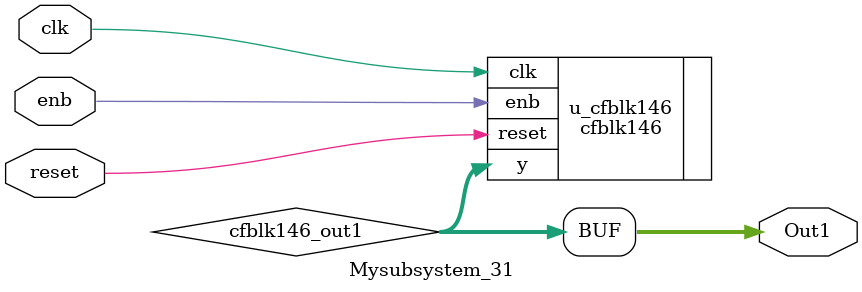
<source format=v>



`timescale 1 ns / 1 ns

module Mysubsystem_31
          (clk,
           reset,
           enb,
           Out1);


  input   clk;
  input   reset;
  input   enb;
  output  [7:0] Out1;  // uint8


  wire [7:0] cfblk146_out1;  // uint8


  cfblk146 u_cfblk146 (.clk(clk),
                       .reset(reset),
                       .enb(enb),
                       .y(cfblk146_out1)  // uint8
                       );

  assign Out1 = cfblk146_out1;

endmodule  // Mysubsystem_31


</source>
